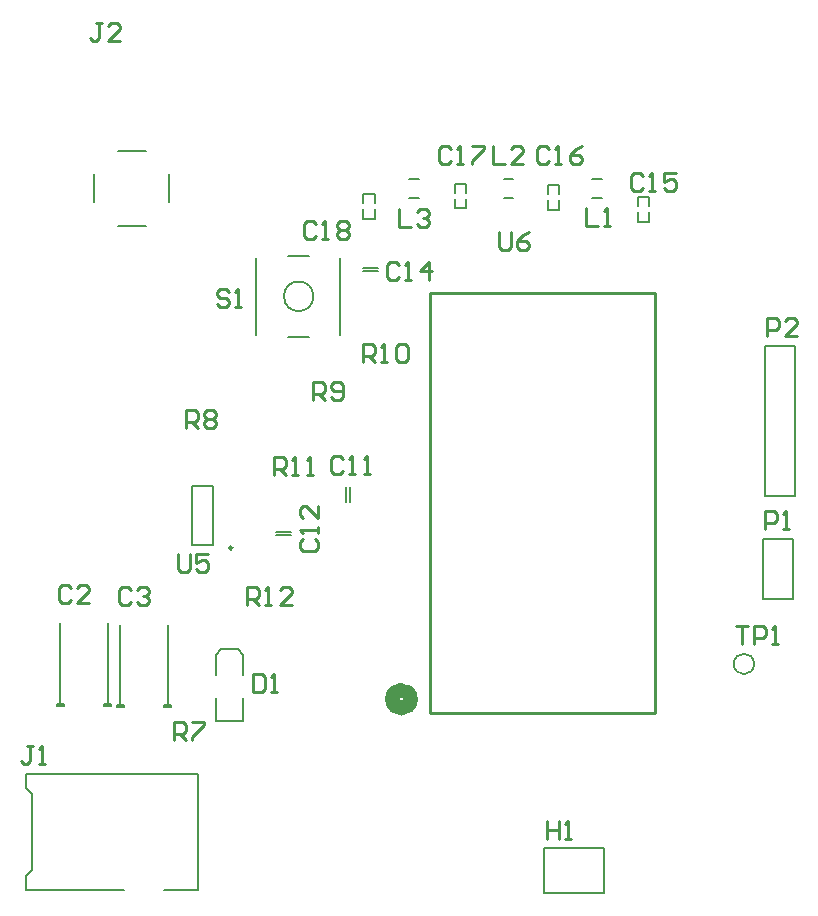
<source format=gto>
G04 Layer_Color=65535*
%FSLAX25Y25*%
%MOIN*%
G70*
G01*
G75*
%ADD27C,0.05000*%
%ADD46C,0.00500*%
%ADD47C,0.00984*%
%ADD48C,0.00787*%
%ADD49C,0.01000*%
D27*
X1368839Y961784D02*
G03*
X1368839Y961784I-3008J0D01*
G01*
D46*
X1336476Y1096043D02*
G03*
X1336476Y1096043I-4921J0D01*
G01*
X1483400Y973500D02*
G03*
X1483400Y973500I-3400J0D01*
G01*
X1327957Y1082614D02*
X1335043D01*
X1327957Y1109386D02*
X1335043D01*
X1317500Y1083243D02*
Y1108753D01*
X1345500Y1083259D02*
Y1108741D01*
X1444532Y1120866D02*
X1448468D01*
X1444532D02*
Y1124016D01*
Y1125984D02*
Y1129134D01*
X1448468D01*
Y1125984D02*
Y1129134D01*
Y1120866D02*
Y1124016D01*
X1414532Y1124866D02*
X1418468D01*
X1414532D02*
Y1128016D01*
Y1129984D02*
Y1133134D01*
X1418468D01*
Y1129984D02*
Y1133134D01*
Y1124866D02*
Y1128016D01*
X1353032Y1121866D02*
X1356968D01*
X1353032D02*
Y1125016D01*
Y1126984D02*
Y1130134D01*
X1356968D01*
Y1126984D02*
Y1130134D01*
Y1121866D02*
Y1125016D01*
X1383531Y1125366D02*
X1387469D01*
X1383531D02*
Y1128516D01*
Y1130484D02*
Y1133634D01*
X1387469D01*
Y1130484D02*
Y1133634D01*
Y1125366D02*
Y1128516D01*
X1352936Y1105589D02*
X1358064D01*
X1352936Y1104411D02*
X1358064D01*
X1252126Y959902D02*
X1253307D01*
X1252126Y960295D02*
X1253307D01*
Y959508D02*
Y960295D01*
X1250945Y959902D02*
X1252126D01*
X1250945Y960295D02*
X1252126D01*
X1250945Y959508D02*
Y960295D01*
X1266693Y959902D02*
X1267874D01*
X1266693Y960295D02*
X1267874D01*
X1266693Y959508D02*
Y960295D01*
X1267874Y959902D02*
X1269055D01*
X1267874Y960295D02*
X1269055D01*
Y959508D02*
Y960295D01*
X1252126Y959508D02*
Y987067D01*
X1250945Y959508D02*
X1253307D01*
X1266693D02*
X1269055D01*
X1267874D02*
Y987067D01*
X1272126Y959402D02*
X1273307D01*
X1272126Y959795D02*
X1273307D01*
Y959008D02*
Y959795D01*
X1270945Y959402D02*
X1272126D01*
X1270945Y959795D02*
X1272126D01*
X1270945Y959008D02*
Y959795D01*
X1286693Y959402D02*
X1287874D01*
X1286693Y959795D02*
X1287874D01*
X1286693Y959008D02*
Y959795D01*
X1287874Y959402D02*
X1289055D01*
X1287874Y959795D02*
X1289055D01*
Y959008D02*
Y959795D01*
X1272126Y959008D02*
Y986567D01*
X1270945Y959008D02*
X1273307D01*
X1286693D02*
X1289055D01*
X1287874D02*
Y986567D01*
X1323936Y1017589D02*
X1329064D01*
X1323936Y1016411D02*
X1329064D01*
X1240756Y936890D02*
X1297941D01*
Y898209D02*
Y936890D01*
X1240756Y898209D02*
X1273433D01*
X1286819Y898209D02*
X1297941D01*
X1240756Y898209D02*
Y902933D01*
X1242724Y904902D01*
Y930098D01*
X1240756Y932067D02*
X1242724Y930098D01*
X1240756Y932067D02*
Y936890D01*
X1413500Y897000D02*
Y912000D01*
X1433500D01*
Y897000D02*
Y912000D01*
X1413500Y897000D02*
X1433500D01*
X1347411Y1027436D02*
Y1032564D01*
X1348589Y1027436D02*
Y1032564D01*
D47*
X1309441Y1012154D02*
G03*
X1309441Y1012154I-492J0D01*
G01*
D48*
X1303972Y969937D02*
Y976630D01*
X1311453Y978598D02*
X1313028Y976630D01*
X1303972D02*
X1305547Y978598D01*
X1313028Y969937D02*
Y976630D01*
X1305547Y978598D02*
X1311453D01*
X1303972Y954583D02*
X1313028D01*
X1303972D02*
Y962063D01*
X1313028Y954583D02*
Y962063D01*
X1295957Y1032843D02*
X1303043D01*
X1295957Y1013157D02*
X1303043D01*
X1295957D02*
Y1032843D01*
X1303043Y1013157D02*
Y1032843D01*
X1368425Y1128850D02*
X1371575D01*
X1368425Y1135150D02*
X1371575D01*
X1429425Y1128850D02*
X1432575D01*
X1429425Y1135150D02*
X1432575D01*
X1399925Y1128850D02*
X1403075D01*
X1399925Y1135150D02*
X1403075D01*
X1486500Y1015000D02*
X1496500D01*
Y995000D02*
Y1015000D01*
X1486500Y995000D02*
X1496500D01*
X1486500D02*
Y1015000D01*
X1487000Y1079500D02*
X1497000D01*
Y1029500D02*
Y1079500D01*
X1487000Y1029500D02*
Y1079500D01*
Y1029500D02*
X1497000D01*
X1263500Y1127350D02*
Y1136650D01*
X1288500Y1127350D02*
Y1136650D01*
X1271350Y1144500D02*
X1280650D01*
X1271350Y1119500D02*
X1280650D01*
D49*
X1375500Y957000D02*
X1450500D01*
Y1097000D01*
X1375500D02*
X1450500D01*
X1375500Y957000D02*
Y1097000D01*
X1308499Y1097498D02*
X1307499Y1098498D01*
X1305500D01*
X1304500Y1097498D01*
Y1096499D01*
X1305500Y1095499D01*
X1307499D01*
X1308499Y1094499D01*
Y1093500D01*
X1307499Y1092500D01*
X1305500D01*
X1304500Y1093500D01*
X1310498Y1092500D02*
X1312497D01*
X1311498D01*
Y1098498D01*
X1310498Y1097498D01*
X1477350Y986148D02*
X1481349D01*
X1479349D01*
Y980150D01*
X1483348D02*
Y986148D01*
X1486347D01*
X1487347Y985148D01*
Y983149D01*
X1486347Y982149D01*
X1483348D01*
X1489346Y980150D02*
X1491346D01*
X1490346D01*
Y986148D01*
X1489346Y985148D01*
X1398500Y1117498D02*
Y1112500D01*
X1399500Y1111500D01*
X1401499D01*
X1402499Y1112500D01*
Y1117498D01*
X1408497D02*
X1406497Y1116498D01*
X1404498Y1114499D01*
Y1112500D01*
X1405498Y1111500D01*
X1407497D01*
X1408497Y1112500D01*
Y1113499D01*
X1407497Y1114499D01*
X1404498D01*
X1291500Y1009998D02*
Y1005000D01*
X1292500Y1004000D01*
X1294499D01*
X1295499Y1005000D01*
Y1009998D01*
X1301497D02*
X1297498D01*
Y1006999D01*
X1299497Y1007999D01*
X1300497D01*
X1301497Y1006999D01*
Y1005000D01*
X1300497Y1004000D01*
X1298498D01*
X1297498Y1005000D01*
X1314500Y993000D02*
Y998998D01*
X1317499D01*
X1318499Y997998D01*
Y995999D01*
X1317499Y994999D01*
X1314500D01*
X1316499D02*
X1318499Y993000D01*
X1320498D02*
X1322497D01*
X1321498D01*
Y998998D01*
X1320498Y997998D01*
X1329495Y993000D02*
X1325496D01*
X1329495Y996999D01*
Y997998D01*
X1328496Y998998D01*
X1326496D01*
X1325496Y997998D01*
X1323500Y1036500D02*
Y1042498D01*
X1326499D01*
X1327499Y1041498D01*
Y1039499D01*
X1326499Y1038499D01*
X1323500D01*
X1325499D02*
X1327499Y1036500D01*
X1329498D02*
X1331497D01*
X1330498D01*
Y1042498D01*
X1329498Y1041498D01*
X1334496Y1036500D02*
X1336496D01*
X1335496D01*
Y1042498D01*
X1334496Y1041498D01*
X1353000Y1074000D02*
Y1079998D01*
X1355999D01*
X1356999Y1078998D01*
Y1076999D01*
X1355999Y1075999D01*
X1353000D01*
X1354999D02*
X1356999Y1074000D01*
X1358998D02*
X1360997D01*
X1359998D01*
Y1079998D01*
X1358998Y1078998D01*
X1363996D02*
X1364996Y1079998D01*
X1366996D01*
X1367995Y1078998D01*
Y1075000D01*
X1366996Y1074000D01*
X1364996D01*
X1363996Y1075000D01*
Y1078998D01*
X1336500Y1061500D02*
Y1067498D01*
X1339499D01*
X1340499Y1066498D01*
Y1064499D01*
X1339499Y1063499D01*
X1336500D01*
X1338499D02*
X1340499Y1061500D01*
X1342498Y1062500D02*
X1343498Y1061500D01*
X1345497D01*
X1346497Y1062500D01*
Y1066498D01*
X1345497Y1067498D01*
X1343498D01*
X1342498Y1066498D01*
Y1065499D01*
X1343498Y1064499D01*
X1346497D01*
X1294000Y1052000D02*
Y1057998D01*
X1296999D01*
X1297999Y1056998D01*
Y1054999D01*
X1296999Y1053999D01*
X1294000D01*
X1295999D02*
X1297999Y1052000D01*
X1299998Y1056998D02*
X1300998Y1057998D01*
X1302997D01*
X1303997Y1056998D01*
Y1055999D01*
X1302997Y1054999D01*
X1303997Y1053999D01*
Y1053000D01*
X1302997Y1052000D01*
X1300998D01*
X1299998Y1053000D01*
Y1053999D01*
X1300998Y1054999D01*
X1299998Y1055999D01*
Y1056998D01*
X1300998Y1054999D02*
X1302997D01*
X1290000Y948000D02*
Y953998D01*
X1292999D01*
X1293999Y952998D01*
Y950999D01*
X1292999Y949999D01*
X1290000D01*
X1291999D02*
X1293999Y948000D01*
X1295998Y953998D02*
X1299997D01*
Y952998D01*
X1295998Y949000D01*
Y948000D01*
X1487600Y1082900D02*
Y1088898D01*
X1490599D01*
X1491599Y1087898D01*
Y1085899D01*
X1490599Y1084899D01*
X1487600D01*
X1497597Y1082900D02*
X1493598D01*
X1497597Y1086899D01*
Y1087898D01*
X1496597Y1088898D01*
X1494598D01*
X1493598Y1087898D01*
X1487150Y1018350D02*
Y1024348D01*
X1490149D01*
X1491149Y1023348D01*
Y1021349D01*
X1490149Y1020349D01*
X1487150D01*
X1493148Y1018350D02*
X1495147D01*
X1494148D01*
Y1024348D01*
X1493148Y1023348D01*
X1365000Y1124998D02*
Y1119000D01*
X1368999D01*
X1370998Y1123998D02*
X1371998Y1124998D01*
X1373997D01*
X1374997Y1123998D01*
Y1122999D01*
X1373997Y1121999D01*
X1372997D01*
X1373997D01*
X1374997Y1120999D01*
Y1120000D01*
X1373997Y1119000D01*
X1371998D01*
X1370998Y1120000D01*
X1396500Y1145998D02*
Y1140000D01*
X1400499D01*
X1406497D02*
X1402498D01*
X1406497Y1143999D01*
Y1144998D01*
X1405497Y1145998D01*
X1403498D01*
X1402498Y1144998D01*
X1427500Y1125498D02*
Y1119500D01*
X1431499D01*
X1433498D02*
X1435497D01*
X1434498D01*
Y1125498D01*
X1433498Y1124498D01*
X1266149Y1187248D02*
X1264149D01*
X1265149D01*
Y1182250D01*
X1264149Y1181250D01*
X1263150D01*
X1262150Y1182250D01*
X1272147Y1181250D02*
X1268148D01*
X1272147Y1185249D01*
Y1186248D01*
X1271147Y1187248D01*
X1269148D01*
X1268148Y1186248D01*
X1242999Y946098D02*
X1240999D01*
X1241999D01*
Y941100D01*
X1240999Y940100D01*
X1240000D01*
X1239000Y941100D01*
X1244998Y940100D02*
X1246997D01*
X1245998D01*
Y946098D01*
X1244998Y945098D01*
X1414300Y921198D02*
Y915200D01*
Y918199D01*
X1418299D01*
Y921198D01*
Y915200D01*
X1420298D02*
X1422297D01*
X1421298D01*
Y921198D01*
X1420298Y920198D01*
X1316500Y969998D02*
Y964000D01*
X1319499D01*
X1320499Y965000D01*
Y968998D01*
X1319499Y969998D01*
X1316500D01*
X1322498Y964000D02*
X1324497D01*
X1323498D01*
Y969998D01*
X1322498Y968998D01*
X1337499Y1119998D02*
X1336499Y1120998D01*
X1334500D01*
X1333500Y1119998D01*
Y1116000D01*
X1334500Y1115000D01*
X1336499D01*
X1337499Y1116000D01*
X1339498Y1115000D02*
X1341497D01*
X1340498D01*
Y1120998D01*
X1339498Y1119998D01*
X1344496D02*
X1345496Y1120998D01*
X1347495D01*
X1348495Y1119998D01*
Y1118999D01*
X1347495Y1117999D01*
X1348495Y1116999D01*
Y1116000D01*
X1347495Y1115000D01*
X1345496D01*
X1344496Y1116000D01*
Y1116999D01*
X1345496Y1117999D01*
X1344496Y1118999D01*
Y1119998D01*
X1345496Y1117999D02*
X1347495D01*
X1382499Y1144998D02*
X1381499Y1145998D01*
X1379500D01*
X1378500Y1144998D01*
Y1141000D01*
X1379500Y1140000D01*
X1381499D01*
X1382499Y1141000D01*
X1384498Y1140000D02*
X1386497D01*
X1385498D01*
Y1145998D01*
X1384498Y1144998D01*
X1389496Y1145998D02*
X1393495D01*
Y1144998D01*
X1389496Y1141000D01*
Y1140000D01*
X1414999Y1144998D02*
X1413999Y1145998D01*
X1412000D01*
X1411000Y1144998D01*
Y1141000D01*
X1412000Y1140000D01*
X1413999D01*
X1414999Y1141000D01*
X1416998Y1140000D02*
X1418997D01*
X1417998D01*
Y1145998D01*
X1416998Y1144998D01*
X1425995Y1145998D02*
X1423996Y1144998D01*
X1421996Y1142999D01*
Y1141000D01*
X1422996Y1140000D01*
X1424996D01*
X1425995Y1141000D01*
Y1141999D01*
X1424996Y1142999D01*
X1421996D01*
X1446499Y1135998D02*
X1445499Y1136998D01*
X1443500D01*
X1442500Y1135998D01*
Y1132000D01*
X1443500Y1131000D01*
X1445499D01*
X1446499Y1132000D01*
X1448498Y1131000D02*
X1450497D01*
X1449498D01*
Y1136998D01*
X1448498Y1135998D01*
X1457495Y1136998D02*
X1453496D01*
Y1133999D01*
X1455496Y1134999D01*
X1456495D01*
X1457495Y1133999D01*
Y1132000D01*
X1456495Y1131000D01*
X1454496D01*
X1453496Y1132000D01*
X1364999Y1106455D02*
X1363999Y1107455D01*
X1362000D01*
X1361000Y1106455D01*
Y1102456D01*
X1362000Y1101457D01*
X1363999D01*
X1364999Y1102456D01*
X1366998Y1101457D02*
X1368997D01*
X1367998D01*
Y1107455D01*
X1366998Y1106455D01*
X1374996Y1101457D02*
Y1107455D01*
X1371996Y1104456D01*
X1375995D01*
X1333002Y1014999D02*
X1332002Y1013999D01*
Y1012000D01*
X1333002Y1011000D01*
X1337000D01*
X1338000Y1012000D01*
Y1013999D01*
X1337000Y1014999D01*
X1338000Y1016998D02*
Y1018997D01*
Y1017998D01*
X1332002D01*
X1333002Y1016998D01*
X1338000Y1025995D02*
Y1021996D01*
X1334001Y1025995D01*
X1333002D01*
X1332002Y1024996D01*
Y1022996D01*
X1333002Y1021996D01*
X1346499Y1041698D02*
X1345499Y1042698D01*
X1343500D01*
X1342500Y1041698D01*
Y1037700D01*
X1343500Y1036700D01*
X1345499D01*
X1346499Y1037700D01*
X1348498Y1036700D02*
X1350497D01*
X1349498D01*
Y1042698D01*
X1348498Y1041698D01*
X1353496Y1036700D02*
X1355496D01*
X1354496D01*
Y1042698D01*
X1353496Y1041698D01*
X1275649Y998148D02*
X1274649Y999148D01*
X1272650D01*
X1271650Y998148D01*
Y994150D01*
X1272650Y993150D01*
X1274649D01*
X1275649Y994150D01*
X1277648Y998148D02*
X1278648Y999148D01*
X1280647D01*
X1281647Y998148D01*
Y997149D01*
X1280647Y996149D01*
X1279647D01*
X1280647D01*
X1281647Y995149D01*
Y994150D01*
X1280647Y993150D01*
X1278648D01*
X1277648Y994150D01*
X1255649Y998648D02*
X1254649Y999648D01*
X1252650D01*
X1251650Y998648D01*
Y994650D01*
X1252650Y993650D01*
X1254649D01*
X1255649Y994650D01*
X1261647Y993650D02*
X1257648D01*
X1261647Y997649D01*
Y998648D01*
X1260647Y999648D01*
X1258648D01*
X1257648Y998648D01*
M02*

</source>
